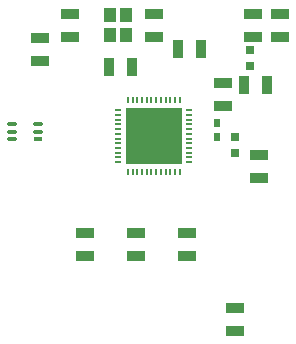
<source format=gtp>
G04 Layer_Color=8421504*
%FSLAX25Y25*%
%MOIN*%
G70*
G01*
G75*
%ADD10R,0.06000X0.03500*%
%ADD11R,0.03150X0.01575*%
%ADD12O,0.03150X0.01575*%
%ADD14R,0.03500X0.06000*%
%ADD15R,0.03150X0.02953*%
%ADD16R,0.02000X0.02500*%
%ADD17R,0.04331X0.04724*%
%ADD18O,0.02559X0.00787*%
%ADD19O,0.00787X0.02559*%
%ADD20R,0.18504X0.18504*%
D10*
X80000Y58300D02*
D03*
Y50700D02*
D03*
X88000Y109300D02*
D03*
Y101700D02*
D03*
X30000Y83300D02*
D03*
Y75700D02*
D03*
X64000Y83300D02*
D03*
Y75700D02*
D03*
X47000Y83300D02*
D03*
Y75700D02*
D03*
X76000Y125700D02*
D03*
Y133300D02*
D03*
X86000Y148700D02*
D03*
Y156300D02*
D03*
X95000Y148700D02*
D03*
Y156300D02*
D03*
X15000Y140700D02*
D03*
Y148300D02*
D03*
X53000Y156300D02*
D03*
Y148700D02*
D03*
X25000D02*
D03*
Y156300D02*
D03*
D11*
X14331Y114441D02*
D03*
D12*
Y117000D02*
D03*
Y119559D02*
D03*
X5669Y114441D02*
D03*
Y117000D02*
D03*
Y119559D02*
D03*
D14*
X83200Y132500D02*
D03*
X90800D02*
D03*
X68800Y144500D02*
D03*
X61200D02*
D03*
X45800Y138500D02*
D03*
X38200D02*
D03*
D15*
X80000Y109843D02*
D03*
Y115157D02*
D03*
X85000Y144158D02*
D03*
Y138843D02*
D03*
D16*
X74000Y115236D02*
D03*
Y119764D02*
D03*
D17*
X43756Y149154D02*
D03*
Y155847D02*
D03*
X38244D02*
D03*
Y149154D02*
D03*
D18*
X41091Y124162D02*
D03*
Y122587D02*
D03*
Y121012D02*
D03*
Y119437D02*
D03*
Y117862D02*
D03*
Y116287D02*
D03*
Y114713D02*
D03*
Y113138D02*
D03*
Y111563D02*
D03*
Y109988D02*
D03*
Y108413D02*
D03*
Y106839D02*
D03*
X64909D02*
D03*
Y108413D02*
D03*
Y109988D02*
D03*
Y111563D02*
D03*
Y113138D02*
D03*
Y114713D02*
D03*
Y116288D02*
D03*
Y117862D02*
D03*
Y119437D02*
D03*
Y121012D02*
D03*
Y122587D02*
D03*
Y124162D02*
D03*
D19*
X44339Y103591D02*
D03*
X45913D02*
D03*
X47488D02*
D03*
X49063D02*
D03*
X50638D02*
D03*
X52213D02*
D03*
X53787D02*
D03*
X55362D02*
D03*
X56937D02*
D03*
X58512D02*
D03*
X60087D02*
D03*
X61661D02*
D03*
Y127410D02*
D03*
X60087D02*
D03*
X58512D02*
D03*
X56937D02*
D03*
X55362D02*
D03*
X53787D02*
D03*
X52213D02*
D03*
X50638D02*
D03*
X49063D02*
D03*
X47488D02*
D03*
X45913D02*
D03*
X44339D02*
D03*
D20*
X53000Y115500D02*
D03*
M02*

</source>
